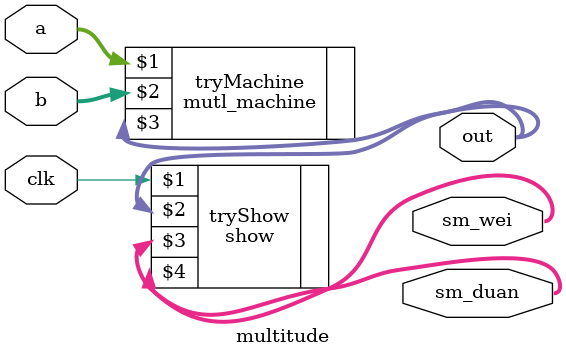
<source format=v>
`timescale 1ns / 1ps


module multitude(
    input clk,
    input wire [7:0] a,
    input wire [7:0] b,
    output [15:0] out,
    output [3:0] sm_wei,
    output [7:0] sm_duan
 );
 
    mutl_machine tryMachine(a,b,out);
    show tryShow(clk,out,sm_wei,sm_duan);
endmodule

</source>
